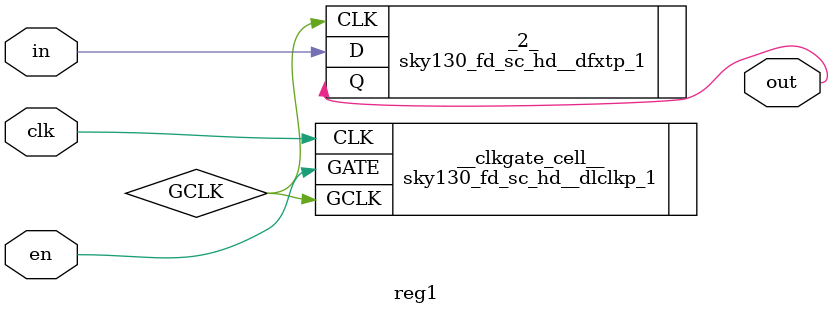
<source format=v>


module reg1
(
  in,
  clk,
  en,
  out
);

  wire _0_;
  input clk;
  input en;
  input in;
  output out;
  wire GCLK;

  sky130_fd_sc_hd__dlclkp_1
  __clkgate_cell__
  (
    .GCLK(GCLK),
    .GATE(en),
    .CLK(clk)
  );


  sky130_fd_sc_hd__dfxtp_1
  _2_
  (
    .CLK(GCLK),
    .D(in),
    .Q(out)
  );


endmodule


</source>
